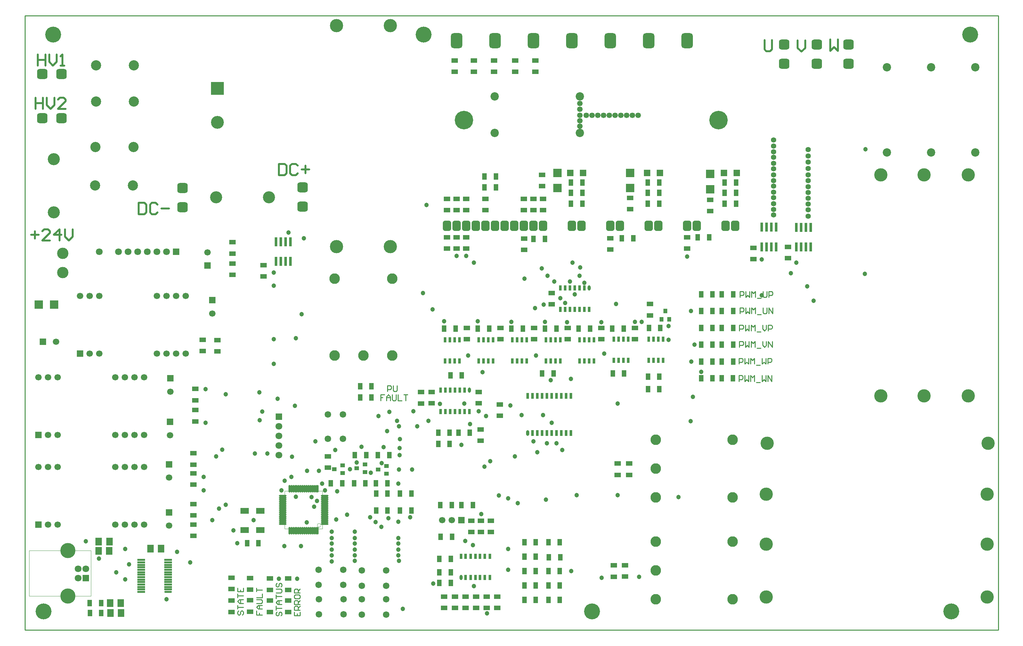
<source format=gts>
%FSLAX42Y42*%
%MOMM*%
G71*
G01*
G75*
G04 Layer_Color=8388736*
%ADD10R,1.00X1.60*%
%ADD11R,1.60X1.00*%
%ADD12R,1.60X1.80*%
%ADD13R,0.60X2.20*%
%ADD14R,0.60X2.20*%
%ADD15R,0.60X1.20*%
%ADD16R,1.60X1.00*%
%ADD17R,2.00X2.00*%
%ADD18R,1.60X1.60*%
%ADD19R,2.00X2.00*%
%ADD20R,1.00X0.90*%
%ADD21O,0.60X1.20*%
%ADD22R,2.00X1.40*%
%ADD23R,1.00X1.60*%
%ADD24R,0.90X1.00*%
%ADD25R,1.80X0.35*%
%ADD26O,1.80X0.35*%
%ADD27O,0.30X1.80*%
%ADD28O,1.80X0.30*%
%ADD29R,0.60X1.30*%
%ADD30O,0.60X1.30*%
%ADD31C,1.00*%
%ADD32C,0.50*%
%ADD33C,2.00*%
%ADD34C,0.30*%
%ADD35C,1.25*%
%ADD36C,0.35*%
%ADD37C,0.13*%
%ADD38C,0.10*%
%ADD39C,0.25*%
%ADD40C,4.00*%
G04:AMPARAMS|DCode=41|XSize=2.5mm|YSize=2.5mm|CornerRadius=0.63mm|HoleSize=0mm|Usage=FLASHONLY|Rotation=90.000|XOffset=0mm|YOffset=0mm|HoleType=Round|Shape=RoundedRectangle|*
%AMROUNDEDRECTD41*
21,1,2.50,1.25,0,0,90.0*
21,1,1.25,2.50,0,0,90.0*
1,1,1.25,0.63,0.63*
1,1,1.25,0.63,-0.63*
1,1,1.25,-0.63,-0.63*
1,1,1.25,-0.63,0.63*
%
%ADD41ROUNDEDRECTD41*%
G04:AMPARAMS|DCode=42|XSize=2.5mm|YSize=2.5mm|CornerRadius=0.63mm|HoleSize=0mm|Usage=FLASHONLY|Rotation=180.000|XOffset=0mm|YOffset=0mm|HoleType=Round|Shape=RoundedRectangle|*
%AMROUNDEDRECTD42*
21,1,2.50,1.25,0,0,180.0*
21,1,1.25,2.50,0,0,180.0*
1,1,1.25,-0.63,0.63*
1,1,1.25,0.63,0.63*
1,1,1.25,0.63,-0.63*
1,1,1.25,-0.63,-0.63*
%
%ADD42ROUNDEDRECTD42*%
%ADD43C,1.50*%
%ADD44R,1.50X1.50*%
%ADD45R,1.50X1.50*%
%ADD46C,2.50*%
%ADD47C,3.00*%
%ADD48C,2.59*%
%ADD49C,3.30*%
%ADD50C,1.52*%
%ADD51C,3.20*%
%ADD52R,3.20X3.20*%
%ADD53R,1.60X1.60*%
%ADD54C,1.60*%
%ADD55C,3.80*%
%ADD56C,2.80*%
%ADD57C,2.00*%
G04:AMPARAMS|DCode=58|XSize=2mm|YSize=2.5mm|CornerRadius=0.5mm|HoleSize=0mm|Usage=FLASHONLY|Rotation=180.000|XOffset=0mm|YOffset=0mm|HoleType=Round|Shape=RoundedRectangle|*
%AMROUNDEDRECTD58*
21,1,2.00,1.50,0,0,180.0*
21,1,1.00,2.50,0,0,180.0*
1,1,1.00,-0.50,0.75*
1,1,1.00,0.50,0.75*
1,1,1.00,0.50,-0.75*
1,1,1.00,-0.50,-0.75*
%
%ADD58ROUNDEDRECTD58*%
G04:AMPARAMS|DCode=59|XSize=2.8mm|YSize=3.8mm|CornerRadius=0.7mm|HoleSize=0mm|Usage=FLASHONLY|Rotation=180.000|XOffset=0mm|YOffset=0mm|HoleType=Round|Shape=RoundedRectangle|*
%AMROUNDEDRECTD59*
21,1,2.80,2.40,0,0,180.0*
21,1,1.40,3.80,0,0,180.0*
1,1,1.40,-0.70,1.20*
1,1,1.40,0.70,1.20*
1,1,1.40,0.70,-1.20*
1,1,1.40,-0.70,-1.20*
%
%ADD59ROUNDEDRECTD59*%
%ADD60C,4.70*%
%ADD61C,1.27*%
%ADD62C,1.00*%
%ADD63C,1.20*%
%ADD64C,1.50*%
%ADD65R,1.20X1.80*%
%ADD66R,1.80X1.20*%
%ADD67R,1.80X2.00*%
%ADD68R,0.80X2.40*%
%ADD69R,0.80X2.40*%
%ADD70R,0.80X1.40*%
%ADD71R,1.80X1.20*%
%ADD72R,2.20X2.20*%
%ADD73R,1.80X1.80*%
%ADD74R,2.20X2.20*%
%ADD75R,1.20X1.10*%
%ADD76O,0.80X1.40*%
%ADD77R,2.20X1.60*%
%ADD78R,1.20X1.80*%
%ADD79R,1.10X1.20*%
%ADD80R,2.00X0.55*%
%ADD81O,2.00X0.55*%
%ADD82O,0.50X2.00*%
%ADD83O,2.00X0.50*%
%ADD84R,0.80X1.50*%
%ADD85O,0.80X1.50*%
%ADD86C,4.20*%
G04:AMPARAMS|DCode=87|XSize=2.7mm|YSize=2.7mm|CornerRadius=0.68mm|HoleSize=0mm|Usage=FLASHONLY|Rotation=90.000|XOffset=0mm|YOffset=0mm|HoleType=Round|Shape=RoundedRectangle|*
%AMROUNDEDRECTD87*
21,1,2.70,1.35,0,0,90.0*
21,1,1.35,2.70,0,0,90.0*
1,1,1.35,0.68,0.68*
1,1,1.35,0.68,-0.68*
1,1,1.35,-0.68,-0.68*
1,1,1.35,-0.68,0.68*
%
%ADD87ROUNDEDRECTD87*%
G04:AMPARAMS|DCode=88|XSize=2.7mm|YSize=2.7mm|CornerRadius=0.68mm|HoleSize=0mm|Usage=FLASHONLY|Rotation=180.000|XOffset=0mm|YOffset=0mm|HoleType=Round|Shape=RoundedRectangle|*
%AMROUNDEDRECTD88*
21,1,2.70,1.35,0,0,180.0*
21,1,1.35,2.70,0,0,180.0*
1,1,1.35,-0.68,0.68*
1,1,1.35,0.68,0.68*
1,1,1.35,0.68,-0.68*
1,1,1.35,-0.68,-0.68*
%
%ADD88ROUNDEDRECTD88*%
%ADD89C,1.70*%
%ADD90R,1.70X1.70*%
%ADD91R,1.70X1.70*%
%ADD92C,2.70*%
%ADD93C,3.20*%
%ADD94C,2.79*%
%ADD95C,3.50*%
%ADD96C,1.72*%
%ADD97C,3.40*%
%ADD98R,3.40X3.40*%
%ADD99R,1.80X1.80*%
%ADD100C,1.80*%
%ADD101C,2.20*%
G04:AMPARAMS|DCode=102|XSize=2.2mm|YSize=2.7mm|CornerRadius=0.55mm|HoleSize=0mm|Usage=FLASHONLY|Rotation=180.000|XOffset=0mm|YOffset=0mm|HoleType=Round|Shape=RoundedRectangle|*
%AMROUNDEDRECTD102*
21,1,2.20,1.60,0,0,180.0*
21,1,1.10,2.70,0,0,180.0*
1,1,1.10,-0.55,0.80*
1,1,1.10,0.55,0.80*
1,1,1.10,0.55,-0.80*
1,1,1.10,-0.55,-0.80*
%
%ADD102ROUNDEDRECTD102*%
G04:AMPARAMS|DCode=103|XSize=3mm|YSize=4mm|CornerRadius=0.75mm|HoleSize=0mm|Usage=FLASHONLY|Rotation=180.000|XOffset=0mm|YOffset=0mm|HoleType=Round|Shape=RoundedRectangle|*
%AMROUNDEDRECTD103*
21,1,3.00,2.50,0,0,180.0*
21,1,1.50,4.00,0,0,180.0*
1,1,1.50,-0.75,1.25*
1,1,1.50,0.75,1.25*
1,1,1.50,0.75,-1.25*
1,1,1.50,-0.75,-1.25*
%
%ADD103ROUNDEDRECTD103*%
%ADD104C,4.90*%
%ADD105C,1.47*%
%ADD106C,1.40*%
D32*
X9220Y49335D02*
Y49035D01*
X9370D01*
X9420Y49085D01*
Y49285D01*
X9370Y49335D01*
X9220D01*
X9720Y49285D02*
X9670Y49335D01*
X9570D01*
X9520Y49285D01*
Y49085D01*
X9570Y49035D01*
X9670D01*
X9720Y49085D01*
X9820Y49185D02*
X10020D01*
X9920Y49285D02*
Y49085D01*
X5512Y48306D02*
Y48006D01*
X5662D01*
X5712Y48056D01*
Y48256D01*
X5662Y48306D01*
X5512D01*
X6012Y48256D02*
X5962Y48306D01*
X5862D01*
X5812Y48256D01*
Y48056D01*
X5862Y48006D01*
X5962D01*
X6012Y48056D01*
X6112Y48156D02*
X6312D01*
X2667Y47457D02*
X2867D01*
X2767Y47557D02*
Y47357D01*
X3167Y47308D02*
X2967D01*
X3167Y47507D01*
Y47557D01*
X3117Y47607D01*
X3017D01*
X2967Y47557D01*
X3417Y47308D02*
Y47607D01*
X3267Y47457D01*
X3467D01*
X3567Y47607D02*
Y47407D01*
X3667Y47308D01*
X3767Y47407D01*
Y47607D01*
X2845Y52230D02*
Y51930D01*
Y52080D01*
X3045D01*
Y52230D01*
Y51930D01*
X3145Y52230D02*
Y52030D01*
X3245Y51930D01*
X3345Y52030D01*
Y52230D01*
X3445Y51930D02*
X3545D01*
X3495D01*
Y52230D01*
X3445Y52180D01*
X2781Y51087D02*
Y50787D01*
Y50937D01*
X2981D01*
Y51087D01*
Y50787D01*
X3081Y51087D02*
Y50887D01*
X3181Y50787D01*
X3281Y50887D01*
Y51087D01*
X3581Y50787D02*
X3381D01*
X3581Y50987D01*
Y51037D01*
X3531Y51087D01*
X3431D01*
X3381Y51037D01*
X22060Y52611D02*
Y52361D01*
X22110Y52311D01*
X22210D01*
X22260Y52361D01*
Y52611D01*
X22936Y52599D02*
Y52399D01*
X23036Y52299D01*
X23136Y52399D01*
Y52599D01*
X23800Y52624D02*
Y52324D01*
X23900Y52424D01*
X24000Y52324D01*
Y52624D01*
D38*
X10333Y39778D02*
G03*
X10333Y39778I-50J0D01*
G01*
X4253Y37906D02*
Y39110D01*
X2613Y37906D02*
Y39110D01*
X4253D01*
X2613Y37906D02*
X4253D01*
X9373Y40688D02*
X10373D01*
X9373Y39688D02*
X10373D01*
X9373D02*
Y40688D01*
X10373Y39688D02*
Y40688D01*
D39*
X21412Y45809D02*
Y45961D01*
X21488D01*
X21514Y45936D01*
Y45885D01*
X21488Y45860D01*
X21412D01*
X21565Y45961D02*
Y45809D01*
X21615Y45860D01*
X21666Y45809D01*
Y45961D01*
X21717Y45809D02*
Y45961D01*
X21768Y45910D01*
X21818Y45961D01*
Y45809D01*
X21869Y45784D02*
X21971D01*
X22022Y45961D02*
Y45834D01*
X22047Y45809D01*
X22098D01*
X22123Y45834D01*
Y45961D01*
X22174Y45809D02*
Y45961D01*
X22250D01*
X22276Y45936D01*
Y45885D01*
X22250Y45860D01*
X22174D01*
X21412Y45377D02*
Y45529D01*
X21488D01*
X21514Y45504D01*
Y45453D01*
X21488Y45428D01*
X21412D01*
X21565Y45529D02*
Y45377D01*
X21615Y45428D01*
X21666Y45377D01*
Y45529D01*
X21717Y45377D02*
Y45529D01*
X21768Y45479D01*
X21818Y45529D01*
Y45377D01*
X21869Y45352D02*
X21971D01*
X22022Y45529D02*
Y45402D01*
X22047Y45377D01*
X22098D01*
X22123Y45402D01*
Y45529D01*
X22174Y45377D02*
Y45529D01*
X22276Y45377D01*
Y45529D01*
X21399Y44920D02*
Y45072D01*
X21476D01*
X21501Y45047D01*
Y44996D01*
X21476Y44971D01*
X21399D01*
X21552Y45072D02*
Y44920D01*
X21603Y44971D01*
X21653Y44920D01*
Y45072D01*
X21704Y44920D02*
Y45072D01*
X21755Y45021D01*
X21806Y45072D01*
Y44920D01*
X21857Y44895D02*
X21958D01*
X22009Y45072D02*
Y44971D01*
X22060Y44920D01*
X22110Y44971D01*
Y45072D01*
X22161Y44920D02*
Y45072D01*
X22237D01*
X22263Y45047D01*
Y44996D01*
X22237Y44971D01*
X22161D01*
X21399Y44488D02*
Y44640D01*
X21476D01*
X21501Y44615D01*
Y44564D01*
X21476Y44539D01*
X21399D01*
X21552Y44640D02*
Y44488D01*
X21603Y44539D01*
X21653Y44488D01*
Y44640D01*
X21704Y44488D02*
Y44640D01*
X21755Y44590D01*
X21806Y44640D01*
Y44488D01*
X21857Y44463D02*
X21958D01*
X22009Y44640D02*
Y44539D01*
X22060Y44488D01*
X22110Y44539D01*
Y44640D01*
X22161Y44488D02*
Y44640D01*
X22263Y44488D01*
Y44640D01*
X21387Y44044D02*
Y44196D01*
X21463D01*
X21488Y44171D01*
Y44120D01*
X21463Y44094D01*
X21387D01*
X21539Y44196D02*
Y44044D01*
X21590Y44094D01*
X21641Y44044D01*
Y44196D01*
X21692Y44044D02*
Y44196D01*
X21742Y44145D01*
X21793Y44196D01*
Y44044D01*
X21844Y44018D02*
X21945D01*
X21996Y44196D02*
Y44044D01*
X22047Y44094D01*
X22098Y44044D01*
Y44196D01*
X22149Y44044D02*
Y44196D01*
X22225D01*
X22250Y44171D01*
Y44120D01*
X22225Y44094D01*
X22149D01*
X21387Y43586D02*
Y43739D01*
X21463D01*
X21488Y43713D01*
Y43663D01*
X21463Y43637D01*
X21387D01*
X21539Y43739D02*
Y43586D01*
X21590Y43637D01*
X21641Y43586D01*
Y43739D01*
X21692Y43586D02*
Y43739D01*
X21742Y43688D01*
X21793Y43739D01*
Y43586D01*
X21844Y43561D02*
X21945D01*
X21996Y43739D02*
Y43586D01*
X22047Y43637D01*
X22098Y43586D01*
Y43739D01*
X22149Y43586D02*
Y43739D01*
X22250Y43586D01*
Y43739D01*
X12090Y43320D02*
Y43472D01*
X12167D01*
X12192Y43447D01*
Y43396D01*
X12167Y43370D01*
X12090D01*
X12243Y43472D02*
Y43345D01*
X12268Y43320D01*
X12319D01*
X12344Y43345D01*
Y43472D01*
X12014Y43231D02*
X11913D01*
Y43155D01*
X11963D01*
X11913D01*
Y43078D01*
X12065D02*
Y43180D01*
X12116Y43231D01*
X12167Y43180D01*
Y43078D01*
Y43155D01*
X12065D01*
X12217Y43231D02*
Y43104D01*
X12243Y43078D01*
X12293D01*
X12319Y43104D01*
Y43231D01*
X12370D02*
Y43078D01*
X12471D01*
X12522Y43231D02*
X12624D01*
X12573D01*
Y43078D01*
X9627Y37490D02*
Y37389D01*
X9779D01*
Y37490D01*
X9703Y37389D02*
Y37440D01*
X9779Y37541D02*
X9627D01*
Y37617D01*
X9652Y37643D01*
X9703D01*
X9728Y37617D01*
Y37541D01*
Y37592D02*
X9779Y37643D01*
Y37693D02*
X9627D01*
Y37770D01*
X9652Y37795D01*
X9703D01*
X9728Y37770D01*
Y37693D01*
Y37744D02*
X9779Y37795D01*
X9627Y37922D02*
Y37871D01*
X9652Y37846D01*
X9754D01*
X9779Y37871D01*
Y37922D01*
X9754Y37947D01*
X9652D01*
X9627Y37922D01*
X9779Y37998D02*
X9627D01*
Y38074D01*
X9652Y38100D01*
X9703D01*
X9728Y38074D01*
Y37998D01*
Y38049D02*
X9779Y38100D01*
X9169Y37490D02*
X9144Y37465D01*
Y37414D01*
X9169Y37389D01*
X9195D01*
X9220Y37414D01*
Y37465D01*
X9246Y37490D01*
X9271D01*
X9296Y37465D01*
Y37414D01*
X9271Y37389D01*
X9144Y37541D02*
Y37643D01*
Y37592D01*
X9296D01*
Y37693D02*
X9195D01*
X9144Y37744D01*
X9195Y37795D01*
X9296D01*
X9220D01*
Y37693D01*
X9144Y37846D02*
Y37947D01*
Y37897D01*
X9296D01*
X9144Y37998D02*
X9271D01*
X9296Y38024D01*
Y38074D01*
X9271Y38100D01*
X9144D01*
X9169Y38252D02*
X9144Y38227D01*
Y38176D01*
X9169Y38151D01*
X9195D01*
X9220Y38176D01*
Y38227D01*
X9246Y38252D01*
X9271D01*
X9296Y38227D01*
Y38176D01*
X9271Y38151D01*
X8623Y37516D02*
Y37414D01*
X8700D01*
Y37465D01*
Y37414D01*
X8776D01*
Y37567D02*
X8674D01*
X8623Y37617D01*
X8674Y37668D01*
X8776D01*
X8700D01*
Y37567D01*
X8623Y37719D02*
X8750D01*
X8776Y37744D01*
Y37795D01*
X8750Y37820D01*
X8623D01*
Y37871D02*
X8776D01*
Y37973D01*
X8623Y38024D02*
Y38125D01*
Y38074D01*
X8776D01*
X8153Y37516D02*
X8128Y37490D01*
Y37440D01*
X8153Y37414D01*
X8179D01*
X8204Y37440D01*
Y37490D01*
X8230Y37516D01*
X8255D01*
X8280Y37490D01*
Y37440D01*
X8255Y37414D01*
X8128Y37567D02*
Y37668D01*
Y37617D01*
X8280D01*
Y37719D02*
X8179D01*
X8128Y37770D01*
X8179Y37820D01*
X8280D01*
X8204D01*
Y37719D01*
X8128Y37871D02*
Y37973D01*
Y37922D01*
X8280D01*
X8128Y38125D02*
Y38024D01*
X8280D01*
Y38125D01*
X8204Y38024D02*
Y38074D01*
X2502Y37008D02*
Y53251D01*
Y37008D02*
X28245D01*
Y53251D01*
X2502D02*
X28245D01*
D40*
X3641Y39110D02*
D03*
Y37906D02*
D03*
D47*
X3505Y46965D02*
D03*
Y46457D02*
D03*
D63*
X10617Y38824D02*
D03*
X9957Y39853D02*
D03*
X16408Y43612D02*
D03*
X12382Y40881D02*
D03*
X4458Y38900D02*
D03*
X14148Y39370D02*
D03*
X14567Y40081D02*
D03*
X14719Y37452D02*
D03*
X18745Y38417D02*
D03*
X16954Y38570D02*
D03*
X17094Y40577D02*
D03*
X18174D02*
D03*
X10757Y40678D02*
D03*
X10706Y41770D02*
D03*
X9563Y41592D02*
D03*
X11278Y41440D02*
D03*
X11646Y41173D02*
D03*
X12687Y39992D02*
D03*
X12116Y39967D02*
D03*
X11633Y39992D02*
D03*
X12878Y42393D02*
D03*
X12395D02*
D03*
X12344Y42545D02*
D03*
X12141Y42774D02*
D03*
X11849Y42672D02*
D03*
X12078Y42266D02*
D03*
X7226Y40704D02*
D03*
Y41059D02*
D03*
X9284Y40704D02*
D03*
X7277Y42494D02*
D03*
X9804Y39230D02*
D03*
X7277Y43383D02*
D03*
X7811Y43243D02*
D03*
X9817Y45364D02*
D03*
X8915Y41681D02*
D03*
X8585D02*
D03*
X8712Y42558D02*
D03*
X8700Y43294D02*
D03*
X9081Y44704D02*
D03*
Y46114D02*
D03*
Y46457D02*
D03*
X9550Y41059D02*
D03*
X9373Y40958D02*
D03*
X8014Y39649D02*
D03*
X8547Y39916D02*
D03*
X12738Y41250D02*
D03*
X22898Y46723D02*
D03*
X22758Y46444D02*
D03*
X20104Y42532D02*
D03*
X21984Y46812D02*
D03*
X7557Y41605D02*
D03*
X11100Y41262D02*
D03*
X15037Y40564D02*
D03*
X15532Y40361D02*
D03*
X15278Y40488D02*
D03*
X12395Y41250D02*
D03*
X20168Y43180D02*
D03*
X23190Y46101D02*
D03*
X18174Y43002D02*
D03*
X12776Y42799D02*
D03*
X14503D02*
D03*
X15634Y42697D02*
D03*
X16205D02*
D03*
X14122Y43002D02*
D03*
X13475Y42989D02*
D03*
X15342Y42951D02*
D03*
X14275Y42456D02*
D03*
X10185Y41999D02*
D03*
X7722Y41783D02*
D03*
X5156Y39154D02*
D03*
X5258Y38748D02*
D03*
X5156Y38354D02*
D03*
X6528Y39078D02*
D03*
X6248Y37821D02*
D03*
X6871Y38798D02*
D03*
X8115Y39307D02*
D03*
X15278Y38608D02*
D03*
X12421Y42062D02*
D03*
X15278Y39154D02*
D03*
X14808Y41478D02*
D03*
X12408Y41821D02*
D03*
X13297Y38240D02*
D03*
X14656Y41326D02*
D03*
X12408Y41631D02*
D03*
X15951Y41999D02*
D03*
X11925Y39738D02*
D03*
X11989Y41846D02*
D03*
X11773Y39865D02*
D03*
X11024Y40056D02*
D03*
X11227Y39611D02*
D03*
X10224Y40424D02*
D03*
X10147Y40272D02*
D03*
X11405Y41859D02*
D03*
X10732Y39929D02*
D03*
X8776Y42786D02*
D03*
X9182Y43129D02*
D03*
X7455Y39916D02*
D03*
X7633Y40221D02*
D03*
X7811Y40323D02*
D03*
X9703Y38367D02*
D03*
X9220D02*
D03*
X14046Y41910D02*
D03*
X9639Y42939D02*
D03*
X13170Y42545D02*
D03*
X16307Y41948D02*
D03*
X9665Y44729D02*
D03*
X10439Y40704D02*
D03*
X10363Y40881D02*
D03*
X9969Y41224D02*
D03*
X9881Y47371D02*
D03*
X19787Y40526D02*
D03*
X17755Y38392D02*
D03*
X14351Y39256D02*
D03*
X14376Y38176D02*
D03*
X11227Y38837D02*
D03*
X16434Y42494D02*
D03*
X12382Y39878D02*
D03*
X10617Y39611D02*
D03*
X16053Y41707D02*
D03*
X12395Y38837D02*
D03*
X12382Y38989D02*
D03*
X11227D02*
D03*
X10617D02*
D03*
X12382Y39141D02*
D03*
X11227D02*
D03*
X10617D02*
D03*
X16713Y41770D02*
D03*
X12382Y39294D02*
D03*
X11227D02*
D03*
X10617D02*
D03*
X16561Y41948D02*
D03*
X12382Y39446D02*
D03*
X11227D02*
D03*
X10617D02*
D03*
X11938Y41427D02*
D03*
X4915Y38532D02*
D03*
X4115Y39357D02*
D03*
X10084Y40526D02*
D03*
X9665Y40538D02*
D03*
X10274Y41224D02*
D03*
X17818Y44323D02*
D03*
X16942Y43650D02*
D03*
X16015Y44272D02*
D03*
X14224D02*
D03*
X14605Y43828D02*
D03*
X24727Y49720D02*
D03*
X24714Y46431D02*
D03*
X16497Y46228D02*
D03*
X16916D02*
D03*
X16320Y46380D02*
D03*
X17170D02*
D03*
X16167Y46571D02*
D03*
X17183Y46596D02*
D03*
X13589Y45174D02*
D03*
X14478D02*
D03*
X16256Y45161D02*
D03*
X17742Y45148D02*
D03*
X18631Y45161D02*
D03*
X16840Y45148D02*
D03*
X15367Y45161D02*
D03*
X15456Y41605D02*
D03*
X14694Y42672D02*
D03*
X16218Y45618D02*
D03*
X18136Y45631D02*
D03*
X12500Y37567D02*
D03*
X9360Y39230D02*
D03*
X9081Y44044D02*
D03*
X23355Y45720D02*
D03*
X16281Y40462D02*
D03*
X21984Y45860D02*
D03*
X19520Y45047D02*
D03*
Y44679D02*
D03*
X17297Y46190D02*
D03*
X20015Y46888D02*
D03*
X17043Y45885D02*
D03*
X15989Y45517D02*
D03*
X16980Y46723D02*
D03*
X14376D02*
D03*
X13919Y46901D02*
D03*
X14173D02*
D03*
X20129Y44107D02*
D03*
X20117Y45441D02*
D03*
X16662Y45783D02*
D03*
X20206Y44552D02*
D03*
X20384Y43840D02*
D03*
X15710Y46304D02*
D03*
X13284Y45491D02*
D03*
X18809Y45161D02*
D03*
X9474Y47523D02*
D03*
X13030Y45923D02*
D03*
X16789Y45657D02*
D03*
X13119Y48247D02*
D03*
D65*
X8379Y39305D02*
D03*
X8679D02*
D03*
X12721Y40170D02*
D03*
X12421D02*
D03*
X12721Y40615D02*
D03*
X12421D02*
D03*
X12090Y40170D02*
D03*
X11790D02*
D03*
X12090Y40615D02*
D03*
X11790D02*
D03*
X11788Y40894D02*
D03*
X12088D02*
D03*
X10594D02*
D03*
X10894D02*
D03*
X11206D02*
D03*
X11506D02*
D03*
X11839Y41631D02*
D03*
X12139D02*
D03*
X11529D02*
D03*
X11229D02*
D03*
X16012Y38571D02*
D03*
X15712D02*
D03*
X16347Y38190D02*
D03*
X16647D02*
D03*
X16012Y38952D02*
D03*
X15712D02*
D03*
X16347Y38571D02*
D03*
X16647D02*
D03*
X16012Y37809D02*
D03*
X15712D02*
D03*
X16647D02*
D03*
X16347D02*
D03*
X15712Y38190D02*
D03*
X16012D02*
D03*
X16647Y39333D02*
D03*
X16347D02*
D03*
X16660Y38938D02*
D03*
X16360D02*
D03*
X16012Y39333D02*
D03*
X15712D02*
D03*
X13736Y42231D02*
D03*
X13436D02*
D03*
X13736Y41927D02*
D03*
X13436D02*
D03*
X14269Y42231D02*
D03*
X13969D02*
D03*
X13591Y44977D02*
D03*
X13891D02*
D03*
X19279Y43713D02*
D03*
X18979D02*
D03*
X20384Y43663D02*
D03*
X20684D02*
D03*
X20384Y44107D02*
D03*
X20684D02*
D03*
X20384Y44552D02*
D03*
X20684D02*
D03*
X20384Y44996D02*
D03*
X20684D02*
D03*
X20384Y45441D02*
D03*
X20684D02*
D03*
X20384Y45885D02*
D03*
X20684D02*
D03*
X13799Y39479D02*
D03*
X13499D02*
D03*
X13489Y40311D02*
D03*
X13789D02*
D03*
X14958Y48997D02*
D03*
X14658D02*
D03*
X14958Y48717D02*
D03*
X14658D02*
D03*
X13764Y38889D02*
D03*
X13464D02*
D03*
X13464Y38532D02*
D03*
X13764D02*
D03*
X13464Y38254D02*
D03*
X13764D02*
D03*
X11669Y43155D02*
D03*
X11369D02*
D03*
X18976Y48844D02*
D03*
X19276D02*
D03*
X18976Y48565D02*
D03*
X19276D02*
D03*
X18976Y48285D02*
D03*
X19276D02*
D03*
X16944Y48844D02*
D03*
X17244D02*
D03*
X16944Y48565D02*
D03*
X17244D02*
D03*
X16944Y48285D02*
D03*
X17244D02*
D03*
X16254Y47346D02*
D03*
X15954D02*
D03*
X20297Y47396D02*
D03*
X20597D02*
D03*
X18290Y47371D02*
D03*
X18590D02*
D03*
X19306Y44996D02*
D03*
X19006D02*
D03*
X18979Y43383D02*
D03*
X19279D02*
D03*
X14056Y43745D02*
D03*
X13756D02*
D03*
X14780Y44977D02*
D03*
X14480D02*
D03*
X15669D02*
D03*
X15369D02*
D03*
X16182Y43790D02*
D03*
X16482D02*
D03*
X16558Y44977D02*
D03*
X16258D02*
D03*
X17447D02*
D03*
X17147D02*
D03*
X18049Y43796D02*
D03*
X18349D02*
D03*
X18336Y44977D02*
D03*
X18036D02*
D03*
X11369Y43459D02*
D03*
X11669D02*
D03*
X21008Y48844D02*
D03*
X21308D02*
D03*
X21008Y48285D02*
D03*
X21308D02*
D03*
X21008Y48565D02*
D03*
X21308D02*
D03*
X14349Y40310D02*
D03*
X14049D02*
D03*
D66*
X10516Y41303D02*
D03*
Y41603D02*
D03*
X14503Y43305D02*
D03*
Y43005D02*
D03*
X13259D02*
D03*
Y43305D02*
D03*
X8814Y46357D02*
D03*
Y46657D02*
D03*
X6962Y41384D02*
D03*
Y41684D02*
D03*
X6960Y39799D02*
D03*
Y39499D02*
D03*
X7011Y43386D02*
D03*
Y43086D02*
D03*
X7201Y44686D02*
D03*
Y44386D02*
D03*
X14681Y48110D02*
D03*
Y48410D02*
D03*
X18479Y41412D02*
D03*
Y41112D02*
D03*
X18370Y38423D02*
D03*
Y38723D02*
D03*
X18072Y38420D02*
D03*
Y38720D02*
D03*
X14994Y37593D02*
D03*
Y37893D02*
D03*
X14714Y37593D02*
D03*
Y37893D02*
D03*
X14155Y37593D02*
D03*
Y37893D02*
D03*
X13589Y37596D02*
D03*
Y37896D02*
D03*
X14435Y37893D02*
D03*
Y37593D02*
D03*
X13876Y37893D02*
D03*
Y37593D02*
D03*
X21768Y46815D02*
D03*
Y47115D02*
D03*
X22682Y46840D02*
D03*
Y47140D02*
D03*
X16205Y48410D02*
D03*
Y48110D02*
D03*
X15951Y48410D02*
D03*
Y48110D02*
D03*
X14186Y45000D02*
D03*
Y44700D02*
D03*
X15075Y45000D02*
D03*
Y44700D02*
D03*
X14173Y48110D02*
D03*
Y48410D02*
D03*
X15964Y45000D02*
D03*
Y44700D02*
D03*
X16853Y45000D02*
D03*
Y44700D02*
D03*
X13919Y48110D02*
D03*
Y48410D02*
D03*
X17742Y45000D02*
D03*
Y44700D02*
D03*
X15697Y48410D02*
D03*
Y48110D02*
D03*
X18631Y45000D02*
D03*
Y44700D02*
D03*
X13665Y48110D02*
D03*
Y48410D02*
D03*
X14566Y39602D02*
D03*
Y39902D02*
D03*
X9462Y38071D02*
D03*
Y38371D02*
D03*
X8980Y38071D02*
D03*
Y38371D02*
D03*
X8456Y38083D02*
D03*
Y38383D02*
D03*
X7964Y38096D02*
D03*
Y38396D02*
D03*
X16180Y48745D02*
D03*
Y49045D02*
D03*
X18504Y48435D02*
D03*
Y48135D02*
D03*
X14376Y51768D02*
D03*
Y52068D02*
D03*
X14910Y51768D02*
D03*
Y52068D02*
D03*
X15469Y51768D02*
D03*
Y52068D02*
D03*
X16002Y51768D02*
D03*
Y52068D02*
D03*
X13868Y51768D02*
D03*
Y52068D02*
D03*
X19029Y45629D02*
D03*
Y45329D02*
D03*
X20015Y47094D02*
D03*
Y47394D02*
D03*
X14173Y47094D02*
D03*
Y47394D02*
D03*
X17983Y47069D02*
D03*
Y47369D02*
D03*
X13919Y47094D02*
D03*
Y47394D02*
D03*
X15703Y47060D02*
D03*
Y47360D02*
D03*
X13665Y47094D02*
D03*
Y47394D02*
D03*
X7988Y46398D02*
D03*
Y46698D02*
D03*
X14312Y39902D02*
D03*
Y39602D02*
D03*
X14821Y39902D02*
D03*
Y39602D02*
D03*
X14554Y42314D02*
D03*
Y42014D02*
D03*
X16434Y45921D02*
D03*
Y45621D02*
D03*
X15062Y42674D02*
D03*
Y42974D02*
D03*
X18174Y41112D02*
D03*
Y41412D02*
D03*
X20625Y48385D02*
D03*
Y48085D02*
D03*
D67*
X5047Y37459D02*
D03*
X4767D02*
D03*
X5034Y37725D02*
D03*
X4754D02*
D03*
X4734Y39104D02*
D03*
X4454D02*
D03*
X6101Y39164D02*
D03*
X5821D02*
D03*
X4737Y39345D02*
D03*
X4457D02*
D03*
D68*
X9401Y47276D02*
D03*
X9274D02*
D03*
X9147D02*
D03*
X9528Y46756D02*
D03*
X9401D02*
D03*
X9274D02*
D03*
X9147D02*
D03*
X23152Y47656D02*
D03*
X23025D02*
D03*
X22898D02*
D03*
X23279Y47136D02*
D03*
X23152D02*
D03*
X23025D02*
D03*
X22898D02*
D03*
X21988Y47142D02*
D03*
X22115D02*
D03*
X22242D02*
D03*
X22369D02*
D03*
X21988Y47662D02*
D03*
X22115D02*
D03*
X22242D02*
D03*
D69*
X9528Y47276D02*
D03*
X23279Y47656D02*
D03*
X22369Y47662D02*
D03*
D70*
X18326Y44698D02*
D03*
X18453D02*
D03*
X18072D02*
D03*
X18199D02*
D03*
X18453Y44138D02*
D03*
X18326D02*
D03*
X18199D02*
D03*
X18072D02*
D03*
X17424Y44685D02*
D03*
X17551D02*
D03*
X17170D02*
D03*
X17297D02*
D03*
X17551Y44125D02*
D03*
X17424D02*
D03*
X17297D02*
D03*
X17170D02*
D03*
X16535Y44685D02*
D03*
X16662D02*
D03*
X16281D02*
D03*
X16408D02*
D03*
X16662Y44125D02*
D03*
X16535D02*
D03*
X16408D02*
D03*
X16281D02*
D03*
X15646Y44685D02*
D03*
X15773D02*
D03*
X15392D02*
D03*
X15519D02*
D03*
X15773Y44125D02*
D03*
X15646D02*
D03*
X15519D02*
D03*
X15392D02*
D03*
X14757Y44685D02*
D03*
X14884D02*
D03*
X14503D02*
D03*
X14630D02*
D03*
X14884Y44125D02*
D03*
X14757D02*
D03*
X14630D02*
D03*
X14503D02*
D03*
X13868Y44685D02*
D03*
X13995D02*
D03*
X13614D02*
D03*
X13741D02*
D03*
X13995Y44125D02*
D03*
X13868D02*
D03*
X13741D02*
D03*
X13614D02*
D03*
X16662Y46051D02*
D03*
X16789D02*
D03*
X16916D02*
D03*
X17043D02*
D03*
X17297D02*
D03*
X17170D02*
D03*
X17043Y45491D02*
D03*
X16916D02*
D03*
X16789D02*
D03*
X16662D02*
D03*
X17424D02*
D03*
X17297D02*
D03*
X17170D02*
D03*
X14288Y38960D02*
D03*
Y38400D02*
D03*
X14160Y38960D02*
D03*
X14034D02*
D03*
X14796D02*
D03*
X14668D02*
D03*
X14541D02*
D03*
X14415D02*
D03*
X14160Y38400D02*
D03*
X14415D02*
D03*
X14541D02*
D03*
X14668D02*
D03*
X14796D02*
D03*
X14002Y42790D02*
D03*
Y43350D02*
D03*
X14129Y42790D02*
D03*
X14256D02*
D03*
X13494D02*
D03*
X13621D02*
D03*
X13748D02*
D03*
X13875D02*
D03*
X14129Y43350D02*
D03*
X13875D02*
D03*
X13748D02*
D03*
X13621D02*
D03*
X13494D02*
D03*
X19380Y44704D02*
D03*
X19253D02*
D03*
X19126D02*
D03*
X18999D02*
D03*
X19253Y44144D02*
D03*
X19380D02*
D03*
X18999D02*
D03*
X19126D02*
D03*
D71*
X6962Y40340D02*
D03*
Y40040D02*
D03*
X7591Y44374D02*
D03*
Y44674D02*
D03*
X7011Y42825D02*
D03*
Y42525D02*
D03*
X8980Y37789D02*
D03*
Y37489D02*
D03*
X8456Y37797D02*
D03*
Y37497D02*
D03*
X7964Y37789D02*
D03*
Y37489D02*
D03*
X7988Y46961D02*
D03*
Y47261D02*
D03*
X12979Y43302D02*
D03*
Y43002D02*
D03*
X6962Y40853D02*
D03*
Y41153D02*
D03*
X9462Y37489D02*
D03*
Y37789D02*
D03*
D72*
X3273Y45618D02*
D03*
X2873D02*
D03*
D73*
X18956Y49098D02*
D03*
X19293D02*
D03*
X16924D02*
D03*
X17261D02*
D03*
X20988D02*
D03*
X21325D02*
D03*
X4112Y38383D02*
D03*
X6502Y47015D02*
D03*
D74*
X18504Y49092D02*
D03*
Y48692D02*
D03*
X16586Y49098D02*
D03*
Y48698D02*
D03*
X20625Y49066D02*
D03*
Y48666D02*
D03*
D75*
X10902Y41360D02*
D03*
Y41157D02*
D03*
X10681Y41259D02*
D03*
X11499Y41386D02*
D03*
Y41182D02*
D03*
X11278Y41284D02*
D03*
X12065Y41351D02*
D03*
Y41148D02*
D03*
X11844Y41250D02*
D03*
D76*
X17424Y46051D02*
D03*
X14034Y38400D02*
D03*
X14256Y43350D02*
D03*
D77*
X8729Y39653D02*
D03*
X8317D02*
D03*
X8729Y40161D02*
D03*
X8317D02*
D03*
D78*
X20932Y45441D02*
D03*
X21232D02*
D03*
X20932Y45885D02*
D03*
X21232D02*
D03*
X20932Y44552D02*
D03*
X21232D02*
D03*
X20932Y44996D02*
D03*
X21232D02*
D03*
X20927Y43663D02*
D03*
X21227D02*
D03*
X20932Y44107D02*
D03*
X21232D02*
D03*
X4520Y37722D02*
D03*
X4220D02*
D03*
X4521Y37465D02*
D03*
X4221D02*
D03*
D79*
X19537Y45227D02*
D03*
X19334D02*
D03*
X19435Y45448D02*
D03*
D80*
X5582Y38475D02*
D03*
X6287D02*
D03*
X5582Y38020D02*
D03*
Y38085D02*
D03*
Y38150D02*
D03*
Y38215D02*
D03*
Y38280D02*
D03*
Y38345D02*
D03*
Y38410D02*
D03*
Y38540D02*
D03*
Y38605D02*
D03*
Y38670D02*
D03*
Y38735D02*
D03*
Y38800D02*
D03*
Y38865D02*
D03*
X6287Y38410D02*
D03*
Y38345D02*
D03*
Y38280D02*
D03*
Y38215D02*
D03*
Y38150D02*
D03*
Y38085D02*
D03*
Y38865D02*
D03*
Y38800D02*
D03*
Y38735D02*
D03*
Y38670D02*
D03*
Y38605D02*
D03*
Y38540D02*
D03*
D81*
Y38020D02*
D03*
D82*
X10248Y39633D02*
D03*
X10198D02*
D03*
X10148D02*
D03*
X10098D02*
D03*
X10048D02*
D03*
X9998D02*
D03*
X9948D02*
D03*
X9898D02*
D03*
X9848D02*
D03*
X9798D02*
D03*
X9748D02*
D03*
X9698D02*
D03*
X9648D02*
D03*
X9598D02*
D03*
X9548D02*
D03*
X9498D02*
D03*
Y40743D02*
D03*
X9548D02*
D03*
X9598D02*
D03*
X9648D02*
D03*
X9698D02*
D03*
X9748D02*
D03*
X9798D02*
D03*
X9848D02*
D03*
X9898D02*
D03*
X9948D02*
D03*
X9998D02*
D03*
X10048D02*
D03*
X10098D02*
D03*
X10148D02*
D03*
X10198D02*
D03*
X10248D02*
D03*
D83*
X9318Y39813D02*
D03*
Y39863D02*
D03*
Y39913D02*
D03*
Y39963D02*
D03*
Y40013D02*
D03*
Y40063D02*
D03*
Y40113D02*
D03*
Y40163D02*
D03*
Y40213D02*
D03*
Y40263D02*
D03*
Y40313D02*
D03*
Y40363D02*
D03*
Y40413D02*
D03*
Y40463D02*
D03*
Y40513D02*
D03*
Y40563D02*
D03*
X10428D02*
D03*
Y40513D02*
D03*
Y40463D02*
D03*
Y40413D02*
D03*
Y40363D02*
D03*
Y40313D02*
D03*
Y40263D02*
D03*
Y40213D02*
D03*
Y40163D02*
D03*
Y40113D02*
D03*
Y40063D02*
D03*
Y40013D02*
D03*
Y39963D02*
D03*
Y39913D02*
D03*
Y39863D02*
D03*
Y39813D02*
D03*
D84*
X16307Y43205D02*
D03*
Y42215D02*
D03*
X15799Y43205D02*
D03*
X15926D02*
D03*
X16053D02*
D03*
X16180D02*
D03*
X16434D02*
D03*
X16561D02*
D03*
X16688D02*
D03*
X16815D02*
D03*
X16942D02*
D03*
X16180Y42215D02*
D03*
X16053D02*
D03*
X15926D02*
D03*
X16942D02*
D03*
X16815D02*
D03*
X16688D02*
D03*
X16561D02*
D03*
X16434D02*
D03*
D85*
X15799D02*
D03*
D86*
X13043Y52750D02*
D03*
X3250D02*
D03*
X3000Y37500D02*
D03*
X17500D02*
D03*
X27500Y52750D02*
D03*
X27000Y37500D02*
D03*
D87*
X24282Y52489D02*
D03*
Y51981D02*
D03*
X23444D02*
D03*
Y52489D02*
D03*
X9843Y48717D02*
D03*
Y48209D02*
D03*
X6668Y48184D02*
D03*
Y48692D02*
D03*
X22581Y52489D02*
D03*
Y51981D02*
D03*
D88*
X2959Y50546D02*
D03*
X3467D02*
D03*
X2959Y51714D02*
D03*
X3467D02*
D03*
D89*
X6312Y39772D02*
D03*
X6338Y42162D02*
D03*
X3327Y44628D02*
D03*
X6350Y43313D02*
D03*
X7455Y45380D02*
D03*
X7328Y46997D02*
D03*
X3372Y43696D02*
D03*
X4896D02*
D03*
X5658D02*
D03*
X3372Y42172D02*
D03*
X5658D02*
D03*
X4896D02*
D03*
X2864Y43696D02*
D03*
X3118D02*
D03*
X5150D02*
D03*
X5404D02*
D03*
X3118Y42172D02*
D03*
X5404D02*
D03*
X5150D02*
D03*
X4470Y45847D02*
D03*
X5994D02*
D03*
X6756D02*
D03*
X4470Y44323D02*
D03*
X6756D02*
D03*
X5994D02*
D03*
X3962Y45847D02*
D03*
X4216D02*
D03*
X6248D02*
D03*
X6502D02*
D03*
X4216Y44323D02*
D03*
X6502D02*
D03*
X6248D02*
D03*
X6312Y41039D02*
D03*
X3372Y41325D02*
D03*
X4896D02*
D03*
X5658D02*
D03*
X3372Y39801D02*
D03*
X5658D02*
D03*
X4896D02*
D03*
X2864Y41325D02*
D03*
X3118D02*
D03*
X5150D02*
D03*
X5404D02*
D03*
X3118Y39801D02*
D03*
X5404D02*
D03*
X5150D02*
D03*
X13538Y39916D02*
D03*
X13792D02*
D03*
D90*
X6312Y40122D02*
D03*
X6338Y42512D02*
D03*
X6350Y43663D02*
D03*
X7455Y45730D02*
D03*
X7328Y46647D02*
D03*
X2864Y42172D02*
D03*
X3962Y44323D02*
D03*
X6312Y41389D02*
D03*
X2864Y39801D02*
D03*
X14046Y39916D02*
D03*
D91*
X2977Y44628D02*
D03*
D92*
X4359Y48768D02*
D03*
X5359D02*
D03*
X5388Y50984D02*
D03*
X4388D02*
D03*
X4372Y49777D02*
D03*
X5372D02*
D03*
X5388Y51936D02*
D03*
X4388D02*
D03*
D93*
X7557Y48451D02*
D03*
X8957D02*
D03*
X3264Y49454D02*
D03*
Y48054D02*
D03*
D94*
X19183Y38583D02*
D03*
Y39345D02*
D03*
X21215D02*
D03*
X19183Y37821D02*
D03*
X21215D02*
D03*
X19183Y41276D02*
D03*
Y42038D02*
D03*
X21215D02*
D03*
X19183Y40514D02*
D03*
X21215D02*
D03*
X11455Y44272D02*
D03*
X10693D02*
D03*
Y46304D02*
D03*
X12217Y44272D02*
D03*
Y46304D02*
D03*
D95*
X12166Y47148D02*
D03*
Y52990D02*
D03*
X10744Y47148D02*
D03*
Y52990D02*
D03*
X22103Y39282D02*
D03*
X27945D02*
D03*
X22103Y37885D02*
D03*
X27945D02*
D03*
X22129Y41949D02*
D03*
X27971D02*
D03*
X22103Y40602D02*
D03*
X27945D02*
D03*
X27445Y49047D02*
D03*
Y43205D02*
D03*
X25133Y49047D02*
D03*
Y43205D02*
D03*
X26276Y49047D02*
D03*
Y43205D02*
D03*
D96*
X12060Y38184D02*
D03*
X11410D02*
D03*
X12060Y38584D02*
D03*
X11410D02*
D03*
X12060Y37422D02*
D03*
X11410D02*
D03*
X12060Y37822D02*
D03*
X11410D02*
D03*
X10923Y38203D02*
D03*
X10273D02*
D03*
X10923Y38603D02*
D03*
X10273D02*
D03*
X10926Y37424D02*
D03*
X10276D02*
D03*
X10926Y37824D02*
D03*
X10276D02*
D03*
X10914Y42714D02*
D03*
Y42064D02*
D03*
X10514Y42714D02*
D03*
Y42064D02*
D03*
D97*
X7595Y50433D02*
D03*
D98*
Y51333D02*
D03*
D99*
X9220Y42647D02*
D03*
D100*
Y42393D02*
D03*
Y41885D02*
D03*
Y41631D02*
D03*
Y42139D02*
D03*
X3912Y38633D02*
D03*
Y38383D02*
D03*
X4112Y38633D02*
D03*
X6248Y47015D02*
D03*
X5486D02*
D03*
X4470D02*
D03*
X4978D02*
D03*
X5232D02*
D03*
X5740D02*
D03*
X5994D02*
D03*
D101*
X27635Y49637D02*
D03*
Y51887D02*
D03*
X25298Y49637D02*
D03*
Y51887D02*
D03*
X26467Y49637D02*
D03*
Y51887D02*
D03*
X17178Y51117D02*
D03*
X14928D02*
D03*
X17178Y50152D02*
D03*
X14928D02*
D03*
D102*
X21031Y47701D02*
D03*
X20269D02*
D03*
X20015D02*
D03*
X19253D02*
D03*
X17983D02*
D03*
X17221D02*
D03*
X16967D02*
D03*
X16205D02*
D03*
X15697D02*
D03*
X15443D02*
D03*
X14935D02*
D03*
X14681D02*
D03*
X14173D02*
D03*
X13919D02*
D03*
X21285D02*
D03*
X18999D02*
D03*
X18237D02*
D03*
X15951D02*
D03*
X15189D02*
D03*
X14427D02*
D03*
X13665D02*
D03*
D103*
X20015Y52591D02*
D03*
X17983D02*
D03*
X16967D02*
D03*
X14935D02*
D03*
X13919D02*
D03*
X18999D02*
D03*
X15951D02*
D03*
D104*
X20841Y50495D02*
D03*
X14110D02*
D03*
D105*
X18720Y50622D02*
D03*
X18567D02*
D03*
X18415D02*
D03*
X18263D02*
D03*
X18110D02*
D03*
X17958D02*
D03*
X17805D02*
D03*
X17348D02*
D03*
X17653D02*
D03*
X17501D02*
D03*
X17178Y50475D02*
D03*
X17181Y50622D02*
D03*
X17175Y50330D02*
D03*
X17178Y50780D02*
D03*
Y50930D02*
D03*
D106*
X22301Y47981D02*
D03*
Y48133D02*
D03*
Y48285D02*
D03*
Y48438D02*
D03*
Y48590D02*
D03*
Y48743D02*
D03*
Y48895D02*
D03*
Y49047D02*
D03*
Y49200D02*
D03*
Y49352D02*
D03*
Y49505D02*
D03*
Y49657D02*
D03*
Y49809D02*
D03*
Y49962D02*
D03*
X23216Y47955D02*
D03*
Y48120D02*
D03*
Y48425D02*
D03*
Y48273D02*
D03*
Y48895D02*
D03*
Y49708D02*
D03*
Y49543D02*
D03*
Y49378D02*
D03*
Y49212D02*
D03*
Y49047D02*
D03*
Y48730D02*
D03*
Y48577D02*
D03*
M02*

</source>
